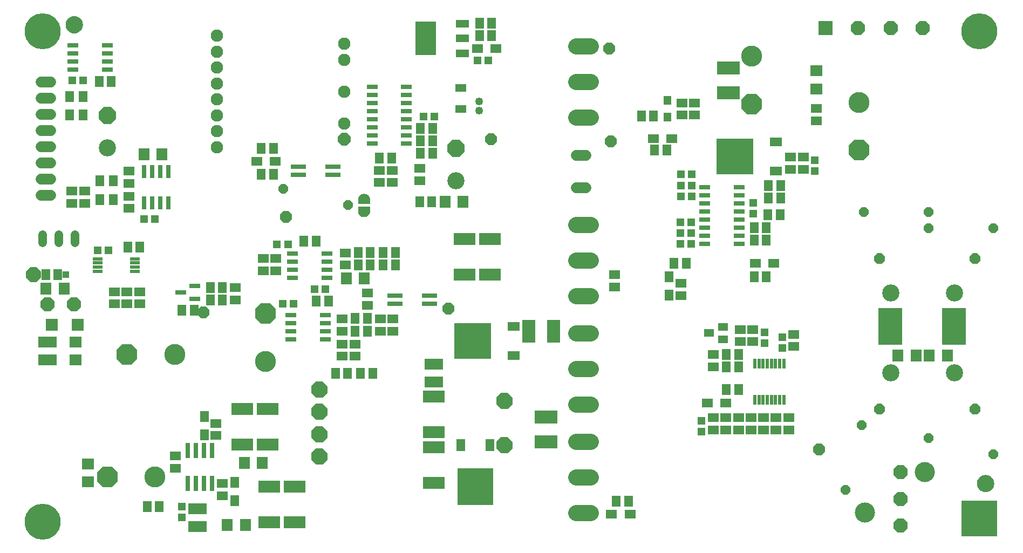
<source format=gbs>
G75*
G70*
%OFA0B0*%
%FSLAX24Y24*%
%IPPOS*%
%LPD*%
%AMOC8*
5,1,8,0,0,1.08239X$1,22.5*
%
%ADD10C,0.1060*%
%ADD11OC8,0.0660*%
%ADD12R,0.0690X0.0770*%
%ADD13OC8,0.0887*%
%ADD14C,0.1241*%
%ADD15OC8,0.0600*%
%ADD16R,0.1496X0.2283*%
%ADD17R,0.0887X0.0887*%
%ADD18C,0.0050*%
%ADD19R,0.0200X0.0620*%
%ADD20R,0.0454X0.0493*%
%ADD21R,0.0651X0.0572*%
%ADD22R,0.2304X0.2225*%
%ADD23R,0.0729X0.0572*%
%ADD24R,0.0493X0.0454*%
%ADD25C,0.0990*%
%ADD26R,0.0572X0.0651*%
%ADD27R,0.0651X0.0532*%
%ADD28C,0.0660*%
%ADD29R,0.1320X0.0769*%
%ADD30R,0.0770X0.0690*%
%ADD31R,0.2225X0.2304*%
%ADD32R,0.0572X0.0729*%
%ADD33R,0.0670X0.0300*%
%ADD34R,0.0532X0.0651*%
%ADD35R,0.0808X0.1399*%
%ADD36R,0.0690X0.0769*%
%ADD37R,0.0769X0.0690*%
%ADD38R,0.1123X0.0690*%
%ADD39R,0.0926X0.0296*%
%ADD40C,0.1296*%
%ADD41OC8,0.1296*%
%ADD42R,0.1399X0.0808*%
%ADD43OC8,0.0920*%
%ADD44R,0.0414X0.0414*%
%ADD45OC8,0.0710*%
%ADD46R,0.0670X0.0296*%
%ADD47R,0.0280X0.0840*%
%ADD48R,0.0810X0.0510*%
%ADD49R,0.1310X0.2060*%
%ADD50OC8,0.1060*%
%ADD51C,0.0769*%
%ADD52OC8,0.0769*%
%ADD53R,0.0651X0.0454*%
%ADD54OC8,0.0990*%
%ADD55R,0.0611X0.0454*%
%ADD56R,0.0454X0.0532*%
%ADD57C,0.0010*%
%ADD58R,0.0296X0.0926*%
%ADD59C,0.0540*%
%ADD60R,0.0660X0.0280*%
%ADD61R,0.0769X0.0729*%
%ADD62C,0.0493*%
%ADD63R,0.0640X0.0200*%
%ADD64R,0.2225X0.2225*%
%ADD65C,0.2225*%
D10*
X029462Y024125D03*
X007937Y026175D03*
X056319Y017186D03*
X060256Y017186D03*
X060256Y012264D03*
X056319Y012264D03*
D11*
X055612Y010050D03*
X061512Y010050D03*
X061512Y019350D03*
X055612Y019350D03*
D12*
X056753Y013350D03*
X057872Y013350D03*
X058703Y013350D03*
X059822Y013350D03*
X029897Y022825D03*
X028778Y022825D03*
D13*
X005864Y016500D03*
X004211Y016500D03*
X054285Y033567D03*
X056335Y033567D03*
X058285Y033567D03*
X056912Y006129D03*
X056912Y004475D03*
X056912Y002821D03*
D14*
X054727Y003648D03*
X058428Y006129D03*
D15*
X058662Y008225D03*
X062662Y007225D03*
X054512Y009025D03*
X053512Y005025D03*
X058662Y021200D03*
X058662Y022200D03*
X054662Y022200D03*
X062662Y021200D03*
X022787Y022625D03*
X018787Y023625D03*
D16*
X056287Y015150D03*
X060237Y015150D03*
D17*
X052285Y033567D03*
D18*
X006374Y033771D02*
X006367Y033684D01*
X006344Y033600D01*
X006307Y033521D01*
X006257Y033449D01*
X006196Y033388D01*
X006124Y033338D01*
X006045Y033301D01*
X005961Y033278D01*
X005874Y033271D01*
X005787Y033278D01*
X005703Y033301D01*
X005624Y033338D01*
X005553Y033388D01*
X005491Y033449D01*
X005441Y033521D01*
X005404Y033600D01*
X005382Y033684D01*
X005374Y033771D01*
X005382Y033858D01*
X005404Y033942D01*
X005441Y034021D01*
X005491Y034092D01*
X005553Y034154D01*
X005624Y034204D01*
X005703Y034241D01*
X005787Y034263D01*
X005874Y034271D01*
X005961Y034263D01*
X006045Y034241D01*
X006124Y034204D01*
X006196Y034154D01*
X006257Y034092D01*
X006307Y034021D01*
X006344Y033942D01*
X006367Y033858D01*
X006374Y033771D01*
X006374Y033777D02*
X005375Y033777D01*
X005378Y033729D02*
X006371Y033729D01*
X006366Y033680D02*
X005383Y033680D01*
X005396Y033632D02*
X006353Y033632D01*
X006336Y033583D02*
X005412Y033583D01*
X005435Y033535D02*
X006314Y033535D01*
X006283Y033486D02*
X005466Y033486D01*
X005503Y033438D02*
X006245Y033438D01*
X006197Y033389D02*
X005552Y033389D01*
X005620Y033341D02*
X006128Y033341D01*
X006012Y033292D02*
X005736Y033292D01*
X005379Y033826D02*
X006369Y033826D01*
X006362Y033874D02*
X005386Y033874D01*
X005399Y033923D02*
X006349Y033923D01*
X006330Y033971D02*
X005418Y033971D01*
X005441Y034020D02*
X006308Y034020D01*
X006274Y034068D02*
X005474Y034068D01*
X005516Y034117D02*
X006233Y034117D01*
X006180Y034165D02*
X005569Y034165D01*
X005645Y034214D02*
X006103Y034214D01*
X005965Y034262D02*
X005783Y034262D01*
X061740Y005674D02*
X061790Y005746D01*
X061852Y005807D01*
X061923Y005857D01*
X062002Y005894D01*
X062087Y005917D01*
X062173Y005924D01*
X062260Y005917D01*
X062345Y005894D01*
X062423Y005857D01*
X062495Y005807D01*
X062557Y005746D01*
X062607Y005674D01*
X062643Y005595D01*
X062666Y005511D01*
X062673Y005424D01*
X062666Y005338D01*
X062643Y005253D01*
X062607Y005174D01*
X062557Y005103D01*
X062495Y005041D01*
X062423Y004991D01*
X062345Y004955D01*
X062260Y004932D01*
X062173Y004924D01*
X062087Y004932D01*
X062002Y004955D01*
X061923Y004991D01*
X061852Y005041D01*
X061790Y005103D01*
X061740Y005174D01*
X061704Y005253D01*
X061681Y005338D01*
X061673Y005424D01*
X061681Y005511D01*
X061704Y005595D01*
X061740Y005674D01*
X061755Y005696D02*
X062592Y005696D01*
X062619Y005647D02*
X061728Y005647D01*
X061705Y005599D02*
X062642Y005599D01*
X062655Y005550D02*
X061691Y005550D01*
X061680Y005502D02*
X062667Y005502D01*
X062671Y005453D02*
X061676Y005453D01*
X061675Y005405D02*
X062672Y005405D01*
X062668Y005356D02*
X061679Y005356D01*
X061689Y005308D02*
X062658Y005308D01*
X062645Y005259D02*
X061702Y005259D01*
X061724Y005211D02*
X062623Y005211D01*
X062598Y005162D02*
X061749Y005162D01*
X061783Y005114D02*
X062564Y005114D01*
X062519Y005065D02*
X061828Y005065D01*
X061888Y005017D02*
X062459Y005017D01*
X062373Y004968D02*
X061974Y004968D01*
X061789Y005744D02*
X062558Y005744D01*
X062510Y005793D02*
X061837Y005793D01*
X061900Y005841D02*
X062447Y005841D01*
X062355Y005890D02*
X061992Y005890D01*
D19*
X049708Y010605D03*
X049452Y010605D03*
X049196Y010605D03*
X048940Y010605D03*
X048685Y010605D03*
X048429Y010605D03*
X048173Y010605D03*
X047917Y010605D03*
X047917Y012845D03*
X048173Y012845D03*
X048429Y012845D03*
X048685Y012845D03*
X048940Y012845D03*
X049196Y012845D03*
X049452Y012845D03*
X049708Y012845D03*
D20*
X049612Y013790D03*
X049612Y014460D03*
X048512Y014760D03*
X048512Y014090D03*
X044637Y009310D03*
X044637Y008640D03*
X047812Y022115D03*
X047812Y022785D03*
X051637Y024740D03*
X051637Y025410D03*
X012512Y004010D03*
X012512Y003340D03*
D21*
X015012Y004676D03*
X015012Y005424D03*
X012112Y006376D03*
X012112Y007124D03*
X014637Y008401D03*
X014637Y009149D03*
X022437Y013301D03*
X023212Y013301D03*
X023212Y014049D03*
X022437Y014049D03*
X022437Y014851D03*
X022437Y015599D03*
X023987Y016451D03*
X023987Y017199D03*
X024787Y015599D03*
X025562Y015599D03*
X025562Y014851D03*
X024787Y014851D03*
X022637Y018926D03*
X022637Y019674D03*
X018337Y019324D03*
X017562Y019324D03*
X017562Y018576D03*
X018337Y018576D03*
X015837Y017524D03*
X015837Y016776D03*
X009912Y016526D03*
X009137Y016526D03*
X008362Y016526D03*
X008362Y017274D03*
X009137Y017274D03*
X009912Y017274D03*
X009262Y022426D03*
X009262Y023174D03*
X009262Y023976D03*
X009262Y024724D03*
X006512Y023499D03*
X005737Y023499D03*
X005737Y022751D03*
X006512Y022751D03*
X024737Y024026D03*
X024737Y024774D03*
X025512Y024774D03*
X025512Y024026D03*
X027212Y024151D03*
X027212Y024899D03*
X039262Y018324D03*
X039262Y017576D03*
X043362Y017799D03*
X043362Y017051D03*
X047012Y014949D03*
X047787Y014949D03*
X047787Y014201D03*
X047012Y014201D03*
X045362Y013399D03*
X045362Y012651D03*
X045362Y009499D03*
X046137Y009499D03*
X046912Y009499D03*
X046912Y008751D03*
X046137Y008751D03*
X045362Y008751D03*
X047687Y008751D03*
X048462Y008751D03*
X049237Y008751D03*
X050012Y008751D03*
X050012Y009499D03*
X049237Y009499D03*
X048462Y009499D03*
X047687Y009499D03*
X050337Y013901D03*
X050337Y014649D03*
X050137Y024851D03*
X050137Y025599D03*
X050912Y025599D03*
X050912Y024851D03*
X051737Y027851D03*
X051737Y028599D03*
X044187Y028949D03*
X043412Y028949D03*
X043412Y028201D03*
X044187Y028201D03*
D22*
X046688Y025650D03*
X030488Y014250D03*
D23*
X033024Y013350D03*
X033024Y015150D03*
X049224Y024750D03*
X049224Y026550D03*
D24*
X044022Y024525D03*
X043353Y024525D03*
X043353Y023850D03*
X044022Y023850D03*
X044022Y023175D03*
X043353Y023175D03*
X043328Y021575D03*
X043997Y021575D03*
X043997Y020900D03*
X043328Y020900D03*
X043328Y020225D03*
X043997Y020225D03*
X028122Y028100D03*
X027453Y028100D03*
X030778Y031575D03*
X031447Y031575D03*
X019072Y020200D03*
X018403Y020200D03*
X020728Y017425D03*
X021397Y017425D03*
X019422Y016525D03*
X018753Y016525D03*
X010847Y021775D03*
X010178Y021775D03*
X007997Y019825D03*
X007328Y019825D03*
X006422Y030325D03*
X005753Y030325D03*
D25*
X036874Y030228D02*
X037804Y030228D01*
X037804Y028028D02*
X036874Y028028D01*
X036874Y032428D02*
X037804Y032428D01*
X037804Y021404D02*
X036874Y021404D01*
X036874Y019204D02*
X037804Y019204D01*
X037804Y017004D02*
X036874Y017004D01*
X036874Y014711D02*
X037804Y014711D01*
X037804Y012511D02*
X036874Y012511D01*
X036874Y010311D02*
X037804Y010311D01*
X037804Y008018D02*
X036874Y008018D01*
X036874Y005818D02*
X037804Y005818D01*
X037804Y003618D02*
X036874Y003618D01*
D26*
X039363Y004350D03*
X040111Y004350D03*
X046163Y011250D03*
X046911Y011250D03*
X046911Y012625D03*
X046163Y012625D03*
X046163Y013400D03*
X046911Y013400D03*
X047888Y018200D03*
X048636Y018200D03*
X048636Y020475D03*
X047888Y020475D03*
X047888Y021250D03*
X048636Y021250D03*
X048738Y022025D03*
X049486Y022025D03*
X049511Y023075D03*
X048763Y023075D03*
X048763Y023850D03*
X049511Y023850D03*
X042486Y026025D03*
X041738Y026025D03*
X041661Y028125D03*
X040913Y028125D03*
X031661Y033100D03*
X030913Y033100D03*
X030913Y033875D03*
X031661Y033875D03*
X028011Y027375D03*
X027263Y027375D03*
X027263Y026600D03*
X028011Y026600D03*
X028011Y025825D03*
X027263Y025825D03*
X025486Y025550D03*
X024738Y025550D03*
X027213Y022850D03*
X027961Y022850D03*
X025711Y019700D03*
X024963Y019700D03*
X024161Y019700D03*
X023413Y019700D03*
X023413Y018925D03*
X024161Y018925D03*
X024963Y018925D03*
X025711Y018925D03*
X021586Y016700D03*
X020838Y016700D03*
X023238Y015625D03*
X023986Y015625D03*
X023986Y014825D03*
X023238Y014825D03*
X023563Y012225D03*
X024311Y012225D03*
X022761Y012225D03*
X022013Y012225D03*
X015036Y016775D03*
X014288Y016775D03*
X014288Y017550D03*
X015036Y017550D03*
X013286Y016150D03*
X012538Y016150D03*
X009936Y020050D03*
X009188Y020050D03*
X004861Y018325D03*
X004113Y018325D03*
X017438Y024550D03*
X018186Y024550D03*
X018186Y026125D03*
X017438Y026125D03*
X020063Y020400D03*
X020811Y020400D03*
X008161Y030275D03*
X007413Y030275D03*
X042938Y019050D03*
X043686Y019050D03*
X011136Y004000D03*
X010388Y004000D03*
D27*
X039067Y003525D03*
X040208Y003525D03*
X044992Y010400D03*
X046133Y010400D03*
X047942Y019025D03*
X049083Y019025D03*
X042783Y026750D03*
X041642Y026750D03*
X031933Y032300D03*
X030792Y032300D03*
X018283Y025325D03*
X017142Y025325D03*
D28*
X004437Y025225D02*
X003837Y025225D01*
X003837Y024225D02*
X004437Y024225D01*
X004437Y023225D02*
X003837Y023225D01*
X003837Y026225D02*
X004437Y026225D01*
X004437Y027225D02*
X003837Y027225D01*
X003837Y028225D02*
X004437Y028225D01*
X004437Y029225D02*
X003837Y029225D01*
X003837Y030225D02*
X004437Y030225D01*
X036889Y025716D02*
X037489Y025716D01*
X037489Y023716D02*
X036889Y023716D01*
D29*
X031562Y020527D03*
X029987Y020527D03*
X029987Y018323D03*
X031562Y018323D03*
X028087Y010802D03*
X028087Y008598D03*
X028087Y007677D03*
X028087Y005473D03*
X019487Y005252D03*
X017912Y005252D03*
X017912Y003048D03*
X019487Y003048D03*
X017812Y007848D03*
X016262Y007848D03*
X016262Y010052D03*
X017812Y010052D03*
D30*
X051737Y029815D03*
X051737Y030935D03*
D31*
X030662Y005251D03*
D32*
X029763Y007786D03*
X031562Y007786D03*
D33*
X044827Y020225D03*
X044827Y020725D03*
X044827Y021225D03*
X044827Y021725D03*
X044827Y022225D03*
X044827Y022725D03*
X044827Y023225D03*
X044827Y023725D03*
X046947Y023725D03*
X046947Y023225D03*
X046947Y022725D03*
X046947Y022225D03*
X046947Y021725D03*
X046947Y021225D03*
X046947Y020725D03*
X046947Y020225D03*
X026397Y026425D03*
X026397Y026925D03*
X026397Y027425D03*
X026397Y027925D03*
X026397Y028425D03*
X026397Y028925D03*
X026397Y029425D03*
X026397Y029925D03*
X024277Y029925D03*
X024277Y029425D03*
X024277Y028925D03*
X024277Y028425D03*
X024277Y027925D03*
X024277Y027425D03*
X024277Y026925D03*
X024277Y026425D03*
D34*
X008287Y024121D03*
X007462Y024121D03*
X007462Y022979D03*
X008287Y022979D03*
X006437Y028204D03*
X005587Y028204D03*
X005587Y029346D03*
X006437Y029346D03*
X013912Y009571D03*
X013912Y008429D03*
X015787Y005496D03*
X015787Y004354D03*
X042612Y017054D03*
X042612Y018196D03*
D35*
X035480Y014850D03*
X033945Y014850D03*
D36*
X023789Y018100D03*
X022686Y018100D03*
X011289Y025775D03*
X010186Y025775D03*
X005239Y017475D03*
X004136Y017475D03*
X016386Y006700D03*
X017489Y006700D03*
X016439Y002875D03*
X015336Y002875D03*
D37*
X006737Y005549D03*
X006737Y006651D03*
X005962Y013074D03*
X005962Y014176D03*
D38*
X004237Y014176D03*
X004237Y013074D03*
X013487Y003876D03*
X013487Y002774D03*
X028087Y011699D03*
X028087Y012801D03*
D39*
X027825Y016525D03*
X027825Y017025D03*
X025699Y017025D03*
X025699Y016525D03*
X021850Y024500D03*
X021850Y025000D03*
X019724Y025000D03*
X019724Y024500D03*
D40*
X012089Y013400D03*
X017687Y012974D03*
X010864Y005850D03*
X054362Y028976D03*
X047737Y031826D03*
D41*
X047737Y028874D03*
X054362Y026024D03*
X017687Y015926D03*
X009136Y013400D03*
X007911Y005850D03*
D42*
X035012Y008007D03*
X035012Y009543D03*
X046287Y029582D03*
X046287Y031118D03*
D43*
X003362Y018325D03*
D44*
X005362Y018325D03*
D45*
X013862Y016000D03*
X018962Y021900D03*
X028987Y016250D03*
X031612Y026700D03*
X039012Y026575D03*
X038912Y032300D03*
X051887Y007525D03*
D46*
X021375Y014348D03*
X021375Y014848D03*
X021375Y015348D03*
X021375Y015848D03*
X019249Y015848D03*
X019249Y015348D03*
X019249Y014848D03*
X019249Y014348D03*
X019349Y018123D03*
X019349Y018623D03*
X019349Y019123D03*
X019349Y019623D03*
X021475Y019623D03*
X021475Y019123D03*
X021475Y018623D03*
X021475Y018123D03*
X007925Y031002D03*
X007925Y031502D03*
X007925Y032002D03*
X007925Y032502D03*
X005799Y032502D03*
X005799Y032002D03*
X005799Y031502D03*
X005799Y031002D03*
D47*
X010187Y024695D03*
X010687Y024695D03*
X011187Y024695D03*
X011687Y024695D03*
X011687Y022755D03*
X011187Y022755D03*
X010687Y022755D03*
X010187Y022755D03*
D48*
X029847Y032015D03*
X029847Y032925D03*
X029847Y033835D03*
D49*
X027577Y032925D03*
D50*
X029462Y026125D03*
X007937Y028175D03*
D51*
X014675Y028174D03*
X014675Y029158D03*
X014675Y030142D03*
X014675Y031126D03*
X014675Y032111D03*
X014675Y033095D03*
X022549Y032603D03*
X022549Y031619D03*
X022549Y029650D03*
X022549Y027681D03*
X014675Y027189D03*
X014675Y026205D03*
D52*
X022549Y026697D03*
D53*
X029762Y028585D03*
X029762Y029865D03*
D54*
X021032Y011231D03*
X021032Y009854D03*
X021032Y008476D03*
X021032Y007098D03*
X032449Y007787D03*
X032449Y010543D03*
D55*
X045079Y014725D03*
X045946Y014351D03*
X045946Y015099D03*
D56*
X042512Y028063D03*
X042512Y029087D03*
D57*
X024086Y023109D02*
X024106Y023043D01*
X024112Y022975D01*
X024112Y022725D01*
X023412Y022725D01*
X023412Y022975D01*
X023419Y023043D01*
X023439Y023109D01*
X023471Y023169D01*
X023515Y023222D01*
X023568Y023266D01*
X023629Y023298D01*
X023694Y023318D01*
X023762Y023325D01*
X023831Y023318D01*
X023896Y023298D01*
X023957Y023266D01*
X024010Y023222D01*
X024053Y023169D01*
X024086Y023109D01*
X024087Y023107D02*
X023438Y023107D01*
X023436Y023098D02*
X024089Y023098D01*
X024092Y023090D02*
X023433Y023090D01*
X023431Y023081D02*
X024094Y023081D01*
X024097Y023073D02*
X023428Y023073D01*
X023426Y023064D02*
X024099Y023064D01*
X024102Y023056D02*
X023423Y023056D01*
X023420Y023047D02*
X024105Y023047D01*
X024106Y023039D02*
X023419Y023039D01*
X023418Y023030D02*
X024107Y023030D01*
X024108Y023022D02*
X023417Y023022D01*
X023416Y023013D02*
X024109Y023013D01*
X024110Y023005D02*
X023415Y023005D01*
X023415Y022996D02*
X024110Y022996D01*
X024111Y022988D02*
X023414Y022988D01*
X023413Y022979D02*
X024112Y022979D01*
X024112Y022971D02*
X023412Y022971D01*
X023412Y022962D02*
X024112Y022962D01*
X024112Y022954D02*
X023412Y022954D01*
X023412Y022945D02*
X024112Y022945D01*
X024112Y022937D02*
X023412Y022937D01*
X023412Y022928D02*
X024112Y022928D01*
X024112Y022920D02*
X023412Y022920D01*
X023412Y022911D02*
X024112Y022911D01*
X024112Y022903D02*
X023412Y022903D01*
X023412Y022894D02*
X024112Y022894D01*
X024112Y022886D02*
X023412Y022886D01*
X023412Y022877D02*
X024112Y022877D01*
X024112Y022869D02*
X023412Y022869D01*
X023412Y022860D02*
X024112Y022860D01*
X024112Y022852D02*
X023412Y022852D01*
X023412Y022843D02*
X024112Y022843D01*
X024112Y022835D02*
X023412Y022835D01*
X023412Y022826D02*
X024112Y022826D01*
X024112Y022818D02*
X023412Y022818D01*
X023412Y022809D02*
X024112Y022809D01*
X024112Y022801D02*
X023412Y022801D01*
X023412Y022792D02*
X024112Y022792D01*
X024112Y022784D02*
X023412Y022784D01*
X023412Y022775D02*
X024112Y022775D01*
X024112Y022767D02*
X023412Y022767D01*
X023412Y022758D02*
X024112Y022758D01*
X024112Y022750D02*
X023412Y022750D01*
X023412Y022741D02*
X024112Y022741D01*
X024112Y022733D02*
X023412Y022733D01*
X023412Y022525D02*
X024112Y022525D01*
X024112Y022275D01*
X024106Y022207D01*
X024086Y022141D01*
X024053Y022081D01*
X024010Y022028D01*
X023957Y021984D01*
X023896Y021952D01*
X023831Y021932D01*
X023762Y021925D01*
X023694Y021932D01*
X023629Y021952D01*
X023568Y021984D01*
X023515Y022028D01*
X023471Y022081D01*
X023439Y022141D01*
X023419Y022207D01*
X023412Y022275D01*
X023412Y022525D01*
X023412Y022520D02*
X024112Y022520D01*
X024112Y022512D02*
X023412Y022512D01*
X023412Y022503D02*
X024112Y022503D01*
X024112Y022495D02*
X023412Y022495D01*
X023412Y022486D02*
X024112Y022486D01*
X024112Y022478D02*
X023412Y022478D01*
X023412Y022469D02*
X024112Y022469D01*
X024112Y022461D02*
X023412Y022461D01*
X023412Y022452D02*
X024112Y022452D01*
X024112Y022444D02*
X023412Y022444D01*
X023412Y022435D02*
X024112Y022435D01*
X024112Y022427D02*
X023412Y022427D01*
X023412Y022418D02*
X024112Y022418D01*
X024112Y022410D02*
X023412Y022410D01*
X023412Y022401D02*
X024112Y022401D01*
X024112Y022393D02*
X023412Y022393D01*
X023412Y022384D02*
X024112Y022384D01*
X024112Y022376D02*
X023412Y022376D01*
X023412Y022367D02*
X024112Y022367D01*
X024112Y022359D02*
X023412Y022359D01*
X023412Y022350D02*
X024112Y022350D01*
X024112Y022342D02*
X023412Y022342D01*
X023412Y022333D02*
X024112Y022333D01*
X024112Y022325D02*
X023412Y022325D01*
X023412Y022316D02*
X024112Y022316D01*
X024112Y022308D02*
X023412Y022308D01*
X023412Y022299D02*
X024112Y022299D01*
X024112Y022291D02*
X023412Y022291D01*
X023412Y022282D02*
X024112Y022282D01*
X024112Y022274D02*
X023413Y022274D01*
X023413Y022265D02*
X024111Y022265D01*
X024111Y022257D02*
X023414Y022257D01*
X023415Y022248D02*
X024110Y022248D01*
X024109Y022240D02*
X023416Y022240D01*
X023417Y022231D02*
X024108Y022231D01*
X024107Y022223D02*
X023418Y022223D01*
X023418Y022214D02*
X024106Y022214D01*
X024105Y022206D02*
X023420Y022206D01*
X023422Y022197D02*
X024103Y022197D01*
X024100Y022189D02*
X023425Y022189D01*
X023427Y022180D02*
X024098Y022180D01*
X024095Y022172D02*
X023430Y022172D01*
X023432Y022163D02*
X024093Y022163D01*
X024090Y022155D02*
X023435Y022155D01*
X023438Y022146D02*
X024087Y022146D01*
X024084Y022138D02*
X023441Y022138D01*
X023445Y022129D02*
X024079Y022129D01*
X024075Y022121D02*
X023450Y022121D01*
X023455Y022112D02*
X024070Y022112D01*
X024066Y022104D02*
X023459Y022104D01*
X023464Y022095D02*
X024061Y022095D01*
X024057Y022087D02*
X023468Y022087D01*
X023473Y022078D02*
X024051Y022078D01*
X024045Y022070D02*
X023480Y022070D01*
X023487Y022061D02*
X024038Y022061D01*
X024031Y022053D02*
X023494Y022053D01*
X023501Y022044D02*
X024024Y022044D01*
X024017Y022036D02*
X023508Y022036D01*
X023515Y022027D02*
X024009Y022027D01*
X023999Y022019D02*
X023526Y022019D01*
X023536Y022010D02*
X023989Y022010D01*
X023978Y022002D02*
X023547Y022002D01*
X023557Y021993D02*
X023968Y021993D01*
X023958Y021985D02*
X023567Y021985D01*
X023583Y021976D02*
X023942Y021976D01*
X023926Y021968D02*
X023599Y021968D01*
X023615Y021959D02*
X023910Y021959D01*
X023893Y021951D02*
X023632Y021951D01*
X023660Y021942D02*
X023865Y021942D01*
X023837Y021934D02*
X023688Y021934D01*
X023761Y021925D02*
X023764Y021925D01*
X023442Y023115D02*
X024083Y023115D01*
X024078Y023124D02*
X023447Y023124D01*
X023452Y023132D02*
X024073Y023132D01*
X024069Y023141D02*
X023456Y023141D01*
X023461Y023149D02*
X024064Y023149D01*
X024060Y023158D02*
X023465Y023158D01*
X023470Y023166D02*
X024055Y023166D01*
X024049Y023175D02*
X023476Y023175D01*
X023483Y023183D02*
X024042Y023183D01*
X024035Y023192D02*
X023490Y023192D01*
X023497Y023200D02*
X024028Y023200D01*
X024021Y023209D02*
X023504Y023209D01*
X023511Y023217D02*
X024014Y023217D01*
X024006Y023226D02*
X023519Y023226D01*
X023529Y023234D02*
X023996Y023234D01*
X023985Y023243D02*
X023540Y023243D01*
X023550Y023251D02*
X023975Y023251D01*
X023965Y023260D02*
X023560Y023260D01*
X023572Y023268D02*
X023953Y023268D01*
X023937Y023277D02*
X023588Y023277D01*
X023604Y023285D02*
X023921Y023285D01*
X023905Y023294D02*
X023620Y023294D01*
X023641Y023302D02*
X023884Y023302D01*
X023856Y023311D02*
X023669Y023311D01*
X023703Y023319D02*
X023822Y023319D01*
D58*
X014387Y007474D03*
X013887Y007474D03*
X013387Y007474D03*
X012887Y007474D03*
X012887Y005426D03*
X013387Y005426D03*
X013887Y005426D03*
X014387Y005426D03*
D59*
X005937Y020310D02*
X005937Y020790D01*
X004937Y020790D02*
X004937Y020310D01*
X003937Y020310D02*
X003937Y020790D01*
D60*
X012462Y017225D03*
X013312Y016825D03*
X013312Y017625D03*
D61*
X006095Y015225D03*
X004480Y015225D03*
D62*
X030887Y028455D03*
X030887Y029045D03*
D63*
X009637Y019309D03*
X009637Y019053D03*
X009637Y018797D03*
X009637Y018541D03*
X007337Y018541D03*
X007337Y018797D03*
X007337Y019053D03*
X007337Y019309D03*
D64*
X061780Y003259D03*
D65*
X003906Y003062D03*
X003906Y033377D03*
X061780Y033377D03*
M02*

</source>
